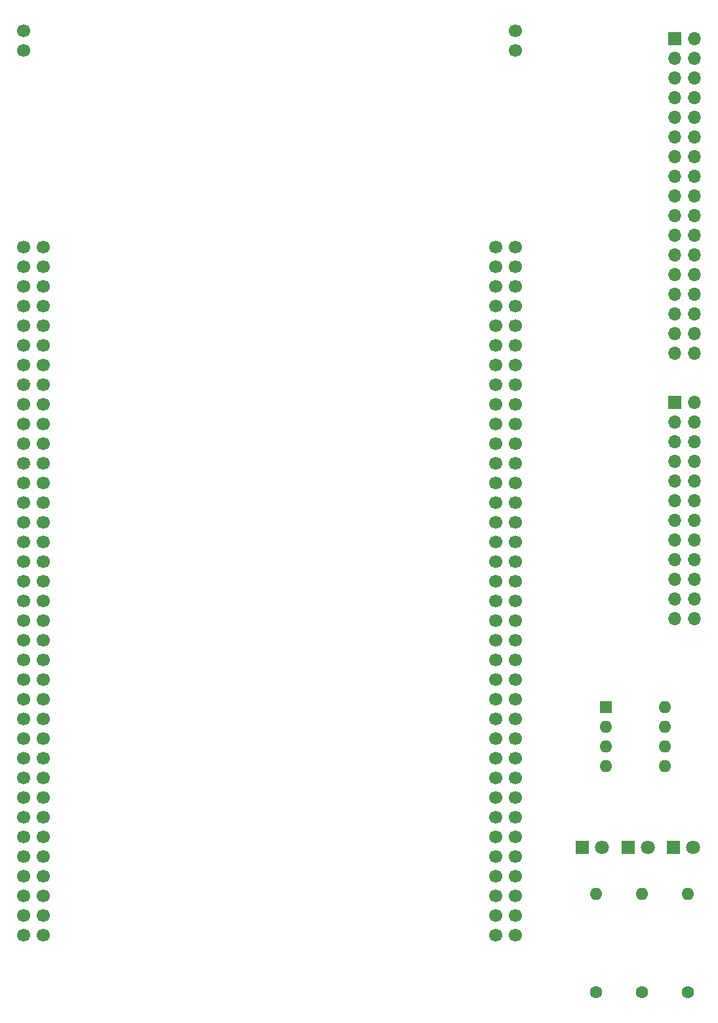
<source format=gbr>
%TF.GenerationSoftware,KiCad,Pcbnew,(5.1.10)-1*%
%TF.CreationDate,2022-06-15T22:29:57+09:00*%
%TF.ProjectId,2022_barami,32303232-5f62-4617-9261-6d692e6b6963,rev?*%
%TF.SameCoordinates,Original*%
%TF.FileFunction,Soldermask,Top*%
%TF.FilePolarity,Negative*%
%FSLAX46Y46*%
G04 Gerber Fmt 4.6, Leading zero omitted, Abs format (unit mm)*
G04 Created by KiCad (PCBNEW (5.1.10)-1) date 2022-06-15 22:29:57*
%MOMM*%
%LPD*%
G01*
G04 APERTURE LIST*
%ADD10C,1.700000*%
%ADD11O,1.600000X1.600000*%
%ADD12C,1.600000*%
%ADD13R,1.600000X1.600000*%
%ADD14O,1.700000X1.700000*%
%ADD15R,1.700000X1.700000*%
%ADD16C,1.800000*%
%ADD17R,1.800000X1.800000*%
G04 APERTURE END LIST*
D10*
%TO.C,U1*%
X143260000Y-45910000D03*
X143260000Y-43370000D03*
X79760000Y-45910000D03*
X79760000Y-43370000D03*
X143260000Y-160210000D03*
X140720000Y-160210000D03*
X143260000Y-157670000D03*
X140720000Y-157670000D03*
X143260000Y-155130000D03*
X140720000Y-155130000D03*
X143260000Y-152590000D03*
X140720000Y-152590000D03*
X143260000Y-150050000D03*
X140720000Y-150050000D03*
X143260000Y-147510000D03*
X140720000Y-147510000D03*
X143260000Y-144970000D03*
X140720000Y-144970000D03*
X143260000Y-142430000D03*
X140720000Y-142430000D03*
X143260000Y-139890000D03*
X140720000Y-139890000D03*
X143260000Y-137350000D03*
X140720000Y-137350000D03*
X143260000Y-134810000D03*
X140720000Y-134810000D03*
X143260000Y-132270000D03*
X140720000Y-132270000D03*
X143260000Y-129730000D03*
X140720000Y-129730000D03*
X143260000Y-127190000D03*
X140720000Y-127190000D03*
X143260000Y-124650000D03*
X140720000Y-124650000D03*
X143260000Y-122110000D03*
X140720000Y-122110000D03*
X143260000Y-119570000D03*
X140720000Y-119570000D03*
X143260000Y-117030000D03*
X140720000Y-117030000D03*
X143260000Y-114490000D03*
X140720000Y-114490000D03*
X143260000Y-111950000D03*
X140720000Y-111950000D03*
X143260000Y-109410000D03*
X140720000Y-109410000D03*
X143260000Y-106870000D03*
X140720000Y-106870000D03*
X143260000Y-104330000D03*
X140720000Y-104330000D03*
X143260000Y-101790000D03*
X140720000Y-101790000D03*
X143260000Y-99250000D03*
X140720000Y-99250000D03*
X143260000Y-96710000D03*
X140720000Y-96710000D03*
X143260000Y-94170000D03*
X140720000Y-94170000D03*
X143260000Y-91630000D03*
X140720000Y-91630000D03*
X143260000Y-89090000D03*
X140720000Y-89090000D03*
X143260000Y-86550000D03*
X140720000Y-86550000D03*
X143260000Y-84010000D03*
X140720000Y-84010000D03*
X143260000Y-81470000D03*
X140720000Y-81470000D03*
X143260000Y-78930000D03*
X140720000Y-78930000D03*
X143260000Y-76390000D03*
X140720000Y-76390000D03*
X143260000Y-73850000D03*
X140720000Y-73850000D03*
X143260000Y-71310000D03*
X140720000Y-71310000D03*
X82300000Y-160210000D03*
X79760000Y-160210000D03*
X82300000Y-157670000D03*
X79760000Y-157670000D03*
X82300000Y-155130000D03*
X79760000Y-155130000D03*
X82300000Y-152590000D03*
X79760000Y-152590000D03*
X82300000Y-150050000D03*
X79760000Y-150050000D03*
X82300000Y-147510000D03*
X79760000Y-147510000D03*
X82300000Y-144970000D03*
X79760000Y-144970000D03*
X82300000Y-142430000D03*
X79760000Y-142430000D03*
X82300000Y-139890000D03*
X79760000Y-139890000D03*
X82300000Y-137350000D03*
X79760000Y-137350000D03*
X82300000Y-134810000D03*
X79760000Y-134810000D03*
X82300000Y-132270000D03*
X79760000Y-132270000D03*
X82300000Y-129730000D03*
X79760000Y-129730000D03*
X82300000Y-127190000D03*
X79760000Y-127190000D03*
X82300000Y-124650000D03*
X79760000Y-124650000D03*
X82300000Y-122110000D03*
X79760000Y-122110000D03*
X82300000Y-119570000D03*
X79760000Y-119570000D03*
X82300000Y-117030000D03*
X79760000Y-117030000D03*
X82300000Y-114490000D03*
X79760000Y-114490000D03*
X82300000Y-111950000D03*
X79760000Y-111950000D03*
X82300000Y-109410000D03*
X79760000Y-109410000D03*
X82300000Y-106870000D03*
X79760000Y-106870000D03*
X82300000Y-104330000D03*
X79760000Y-104330000D03*
X82300000Y-101790000D03*
X79760000Y-101790000D03*
X82300000Y-99250000D03*
X79760000Y-99250000D03*
X82300000Y-96710000D03*
X79760000Y-96710000D03*
X82300000Y-94170000D03*
X79760000Y-94170000D03*
X82300000Y-91630000D03*
X79760000Y-91630000D03*
X82300000Y-89090000D03*
X79760000Y-89090000D03*
X82300000Y-86550000D03*
X79760000Y-86550000D03*
X82300000Y-84010000D03*
X79760000Y-84010000D03*
X82300000Y-81470000D03*
X79760000Y-81470000D03*
X82300000Y-78930000D03*
X79760000Y-78930000D03*
X82300000Y-76390000D03*
X79760000Y-76390000D03*
X82300000Y-73850000D03*
X79760000Y-73850000D03*
X82300000Y-71310000D03*
X79760000Y-71310000D03*
%TD*%
D11*
%TO.C,R3*%
X165532000Y-154940000D03*
D12*
X165532000Y-167640000D03*
%TD*%
D11*
%TO.C,R2*%
X159591000Y-154940000D03*
D12*
X159591000Y-167640000D03*
%TD*%
D11*
%TO.C,R1*%
X153670000Y-154940000D03*
D12*
X153670000Y-167640000D03*
%TD*%
D11*
%TO.C,U2*%
X162560000Y-130810000D03*
X154940000Y-138430000D03*
X162560000Y-133350000D03*
X154940000Y-135890000D03*
X162560000Y-135890000D03*
X154940000Y-133350000D03*
X162560000Y-138430000D03*
D13*
X154940000Y-130810000D03*
%TD*%
D14*
%TO.C,J2*%
X166370000Y-119380000D03*
X163830000Y-119380000D03*
X166370000Y-116840000D03*
X163830000Y-116840000D03*
X166370000Y-114300000D03*
X163830000Y-114300000D03*
X166370000Y-111760000D03*
X163830000Y-111760000D03*
X166370000Y-109220000D03*
X163830000Y-109220000D03*
X166370000Y-106680000D03*
X163830000Y-106680000D03*
X166370000Y-104140000D03*
X163830000Y-104140000D03*
X166370000Y-101600000D03*
X163830000Y-101600000D03*
X166370000Y-99060000D03*
X163830000Y-99060000D03*
X166370000Y-96520000D03*
X163830000Y-96520000D03*
X166370000Y-93980000D03*
X163830000Y-93980000D03*
X166370000Y-91440000D03*
D15*
X163830000Y-91440000D03*
%TD*%
D16*
%TO.C,D3*%
X166225000Y-148935000D03*
D17*
X163685000Y-148935000D03*
%TD*%
D16*
%TO.C,D2*%
X160325000Y-148935000D03*
D17*
X157785000Y-148935000D03*
%TD*%
D16*
%TO.C,D1*%
X154425000Y-148935000D03*
D17*
X151885000Y-148935000D03*
%TD*%
D14*
%TO.C,J1*%
X166370000Y-85090000D03*
X163830000Y-85090000D03*
X166370000Y-82550000D03*
X163830000Y-82550000D03*
X166370000Y-80010000D03*
X163830000Y-80010000D03*
X166370000Y-77470000D03*
X163830000Y-77470000D03*
X166370000Y-74930000D03*
X163830000Y-74930000D03*
X166370000Y-72390000D03*
X163830000Y-72390000D03*
X166370000Y-69850000D03*
X163830000Y-69850000D03*
X166370000Y-67310000D03*
X163830000Y-67310000D03*
X166370000Y-64770000D03*
X163830000Y-64770000D03*
X166370000Y-62230000D03*
X163830000Y-62230000D03*
X166370000Y-59690000D03*
X163830000Y-59690000D03*
X166370000Y-57150000D03*
X163830000Y-57150000D03*
X166370000Y-54610000D03*
X163830000Y-54610000D03*
X166370000Y-52070000D03*
X163830000Y-52070000D03*
X166370000Y-49530000D03*
X163830000Y-49530000D03*
X166370000Y-46990000D03*
X163830000Y-46990000D03*
X166370000Y-44450000D03*
D15*
X163830000Y-44450000D03*
%TD*%
M02*

</source>
